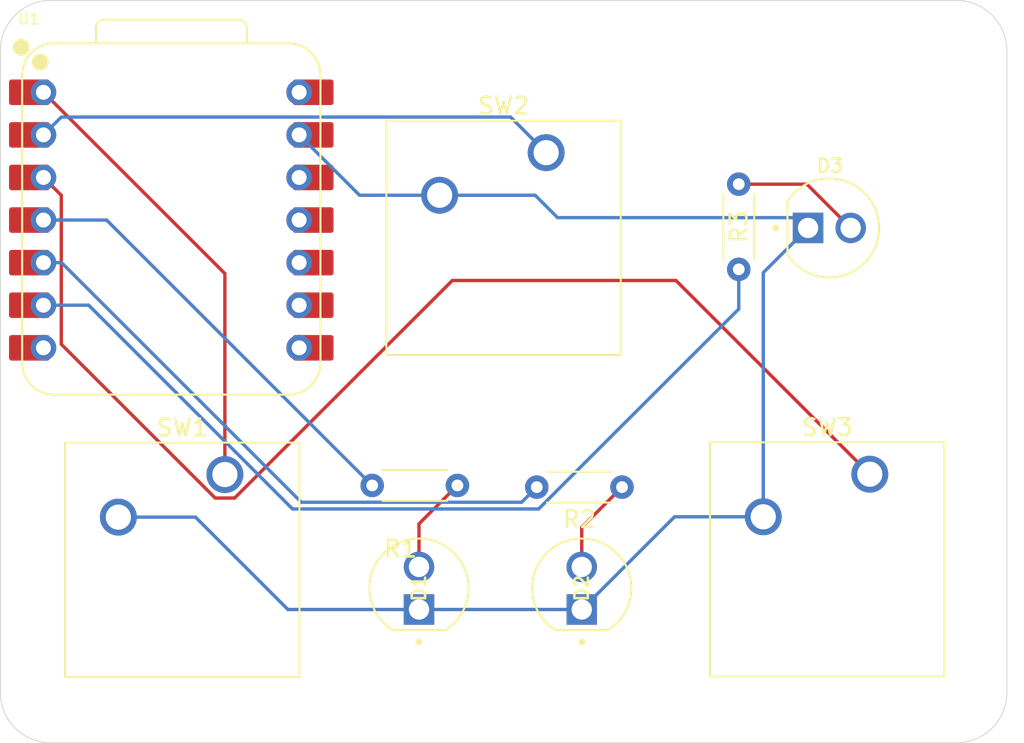
<source format=kicad_pcb>
(kicad_pcb (version 20241229) (generator "pcbnew") (generator_version "9.0")
  (layers (0 "F.Cu" signal) (2 "B.Cu" signal) (13 "F.Paste" user) (15 "B.Paste" user) (5 "F.SilkS" user "F.Silkscreen") (7 "B.SilkS" user "B.Silkscreen") (1 "F.Mask" user) (3 "B.Mask" user) (25 "Edge.Cuts" user))
  (net 0 "")
  (net 1 "GND")
  (net 2 "Net-(D1-PadA)")
  (net 3 "Net-(D2-PadA)")
  (net 4 "Net-(D3-PadA)")
  (net 5 "LED1")
  (net 6 "LED2")
  (net 7 "LED3")
  (net 8 "Button1")
  (net 9 "Button2")
  (net 10 "Button3")
  (footprint "Resistor_THT:R_Axial_DIN0204_L3.6mm_D1.6mm_P5.08mm_Horizontal" (layer "F.Cu") (at 208.37 81.48 -90)
    (property "Reference" "R3" (at 2.54 0 90) (layer "F.SilkS"))
    (property "Value" "R")
    (fp_line (start 0.62 0.92) (end 4.46 0.92) (stroke (width 0.12)) (layer "F.SilkS"))
    (fp_line (start 0.62 -0.92) (end 4.46 -0.92) (stroke (width 0.12)) (layer "F.SilkS"))
    (pad "1" thru_hole circle (at 0 0 270) (size 1.4 1.4) (drill 0.7) (layers "*.Cu" "*.Mask") (net 4 "Net-(D3-PadA)"))
    (pad "2" thru_hole circle (at 5.08 0 270) (size 1.4 1.4) (drill 0.7) (layers "*.Cu" "*.Mask") (net 7 "LED3"))
  )
  (footprint "footprints:LEDRD254W57D500H1070" (layer "F.Cu") (at 199.01 105.58 90)
    (property "Reference" "D2" (at 0 0 90) (layer "F.SilkS") (effects (font (size 0.8 0.8))))
    (property "Value" "L08R5000Q1")
    (fp_line (start -2.5 -1.566) (end -2.5 1.566) (stroke (width 0.127)) (layer "F.SilkS"))
    (fp_arc (start -2.5 -1.566) (mid 2.961291 0) (end -2.5 1.566) (stroke (width 0.127)) (layer "F.SilkS"))
    (fp_circle (center -3.2 0) (end -3.1 0) (stroke (width 0.2)) (fill no) (layer "F.SilkS"))
    (pad "A" thru_hole circle (at 1.27 0 90) (size 1.815 1.815) (drill 1.21) (layers "*.Cu" "*.Mask") (net 3 "Net-(D2-PadA)"))
    (pad "C" thru_hole rect (at -1.27 0 90) (size 1.815 1.815) (drill 1.21) (layers "*.Cu" "*.Mask") (net 1 "GND"))
  )
  (footprint "footprints:LEDRD254W57D500H1070" (layer "F.Cu") (at 213.77 84.09)
    (property "Reference" "D3" (at 0.04 -3.708 0) (layer "F.SilkS") (effects (font (size 0.8 0.8))))
    (property "Value" "L08R5000Q1")
    (fp_line (start -2.5 -1.566) (end -2.5 1.566) (stroke (width 0.127)) (layer "F.SilkS"))
    (fp_arc (start -2.5 -1.566) (mid 2.961291 0) (end -2.5 1.566) (stroke (width 0.127)) (layer "F.SilkS"))
    (fp_circle (center -3.2 0) (end -3.1 0) (stroke (width 0.2)) (fill no) (layer "F.SilkS"))
    (pad "A" thru_hole circle (at 1.27 0) (size 1.815 1.815) (drill 1.21) (layers "*.Cu" "*.Mask") (net 4 "Net-(D3-PadA)"))
    (pad "C" thru_hole rect (at -1.27 0) (size 1.815 1.815) (drill 1.21) (layers "*.Cu" "*.Mask") (net 1 "GND"))
  )
  (footprint "Button_Switch_Keyboard:SW_Cherry_MX_1.00u_PCB" (layer "F.Cu") (at 196.89 79.6)
    (property "Reference" "SW2" (at -2.54 -2.794 0) (layer "F.SilkS"))
    (property "Value" "SW_Push")
    (fp_line (start -9.525 -1.905) (end 4.445 -1.905) (stroke (width 0.12)) (layer "F.SilkS"))
    (fp_line (start -9.525 12.065) (end -9.525 -1.905) (stroke (width 0.12)) (layer "F.SilkS"))
    (fp_line (start 4.445 -1.905) (end 4.445 12.065) (stroke (width 0.12)) (layer "F.SilkS"))
    (fp_line (start 4.445 12.065) (end -9.525 12.065) (stroke (width 0.12)) (layer "F.SilkS"))
    (pad "" np_thru_hole circle (at -7.62 5.08) (size 1.7 1.7) (drill 1.7) (layers "*.Cu" "*.Mask"))
    (pad "" np_thru_hole circle (at -2.54 5.08) (size 4 4) (drill 4) (layers "*.Cu" "*.Mask"))
    (pad "" np_thru_hole circle (at 2.54 5.08) (size 1.7 1.7) (drill 1.7) (layers "*.Cu" "*.Mask"))
    (pad "1" thru_hole circle (at 0 0) (size 2.2 2.2) (drill 1.5) (layers "*.Cu" "*.Mask") (net 9 "Button2"))
    (pad "2" thru_hole circle (at -6.35 2.54) (size 2.2 2.2) (drill 1.5) (layers "*.Cu" "*.Mask") (net 1 "GND"))
  )
  (footprint "Button_Switch_Keyboard:SW_Cherry_MX_1.00u_PCB" (layer "F.Cu") (at 216.18 98.78)
    (property "Reference" "SW3" (at -2.54 -2.794 0) (layer "F.SilkS"))
    (property "Value" "SW_Push")
    (fp_line (start -9.525 -1.905) (end 4.445 -1.905) (stroke (width 0.12)) (layer "F.SilkS"))
    (fp_line (start -9.525 12.065) (end -9.525 -1.905) (stroke (width 0.12)) (layer "F.SilkS"))
    (fp_line (start 4.445 -1.905) (end 4.445 12.065) (stroke (width 0.12)) (layer "F.SilkS"))
    (fp_line (start 4.445 12.065) (end -9.525 12.065) (stroke (width 0.12)) (layer "F.SilkS"))
    (pad "" np_thru_hole circle (at -7.62 5.08) (size 1.7 1.7) (drill 1.7) (layers "*.Cu" "*.Mask"))
    (pad "" np_thru_hole circle (at -2.54 5.08) (size 4 4) (drill 4) (layers "*.Cu" "*.Mask"))
    (pad "" np_thru_hole circle (at 2.54 5.08) (size 1.7 1.7) (drill 1.7) (layers "*.Cu" "*.Mask"))
    (pad "1" thru_hole circle (at 0 0) (size 2.2 2.2) (drill 1.5) (layers "*.Cu" "*.Mask") (net 10 "Button3"))
    (pad "2" thru_hole circle (at -6.35 2.54) (size 2.2 2.2) (drill 1.5) (layers "*.Cu" "*.Mask") (net 1 "GND"))
  )
  (footprint "footprints:LEDRD254W57D500H1070" (layer "F.Cu") (at 189.31 105.58 90)
    (property "Reference" "D1" (at 0 0 90) (layer "F.SilkS") (effects (font (size 0.8 0.8))))
    (property "Value" "L08R5000Q1")
    (fp_line (start -2.5 -1.566) (end -2.5 1.566) (stroke (width 0.127)) (layer "F.SilkS"))
    (fp_arc (start -2.5 -1.566) (mid 2.961291 0) (end -2.5 1.566) (stroke (width 0.127)) (layer "F.SilkS"))
    (fp_circle (center -3.2 0) (end -3.1 0) (stroke (width 0.2)) (fill no) (layer "F.SilkS"))
    (pad "A" thru_hole circle (at 1.27 0 90) (size 1.815 1.815) (drill 1.21) (layers "*.Cu" "*.Mask") (net 2 "Net-(D1-PadA)"))
    (pad "C" thru_hole rect (at -1.27 0 90) (size 1.815 1.815) (drill 1.21) (layers "*.Cu" "*.Mask") (net 1 "GND"))
  )
  (footprint "Resistor_THT:R_Axial_DIN0204_L3.6mm_D1.6mm_P5.08mm_Horizontal" (layer "F.Cu") (at 201.41 99.55 180)
    (property "Reference" "R2" (at 2.54 -1.92 0) (layer "F.SilkS"))
    (property "Value" "R")
    (fp_line (start 0.62 0.92) (end 4.46 0.92) (stroke (width 0.12)) (layer "F.SilkS"))
    (fp_line (start 0.62 -0.92) (end 4.46 -0.92) (stroke (width 0.12)) (layer "F.SilkS"))
    (pad "1" thru_hole circle (at 0 0 180) (size 1.4 1.4) (drill 0.7) (layers "*.Cu" "*.Mask") (net 3 "Net-(D2-PadA)"))
    (pad "2" thru_hole circle (at 5.08 0 180) (size 1.4 1.4) (drill 0.7) (layers "*.Cu" "*.Mask") (net 6 "LED2"))
  )
  (footprint "Resistor_THT:R_Axial_DIN0204_L3.6mm_D1.6mm_P5.08mm_Horizontal" (layer "F.Cu") (at 191.6 99.45 180)
    (property "Reference" "R1" (at 3.39 -3.78 0) (layer "F.SilkS"))
    (property "Value" "R")
    (fp_line (start 0.62 0.92) (end 4.46 0.92) (stroke (width 0.12)) (layer "F.SilkS"))
    (fp_line (start 0.62 -0.92) (end 4.46 -0.92) (stroke (width 0.12)) (layer "F.SilkS"))
    (pad "1" thru_hole circle (at 0 0 180) (size 1.4 1.4) (drill 0.7) (layers "*.Cu" "*.Mask") (net 2 "Net-(D1-PadA)"))
    (pad "2" thru_hole circle (at 5.08 0 180) (size 1.4 1.4) (drill 0.7) (layers "*.Cu" "*.Mask") (net 5 "LED1"))
  )
  (footprint "footprints:XIAO-RP2040-DIP" (layer "F.Cu") (at 174.545 83.62)
    (property "Reference" "U1" (at -8.5 -12 0) (layer "F.SilkS") (effects (font (size 0.635 0.635) (thickness 0.1016))))
    (property "Value" "XIAO-RP2040-DIP")
    (fp_line (start -8.89 8.509) (end -8.89 -8.636) (stroke (width 0.127)) (layer "F.SilkS"))
    (fp_line (start -6.985 10.414) (end 6.985 10.414) (stroke (width 0.127)) (layer "F.SilkS"))
    (fp_line (start -4.495 -10.541) (end -4.491272 -11.451272) (stroke (width 0.127)) (layer "F.SilkS"))
    (fp_line (start -3.991272 -11.951) (end 4.004 -11.951) (stroke (width 0.127)) (layer "F.SilkS"))
    (fp_line (start 4.504 -11.451) (end 4.504 -10.541) (stroke (width 0.127)) (layer "F.SilkS"))
    (fp_line (start 6.985 -10.541) (end -6.985 -10.541) (stroke (width 0.1)) (layer "F.SilkS"))
    (fp_line (start 6.985 -10.541) (end -6.985 -10.541) (stroke (width 0.127)) (layer "F.SilkS"))
    (fp_line (start 8.89 8.509) (end 8.89 -8.636) (stroke (width 0.127)) (layer "F.SilkS"))
    (fp_arc (start -8.89 -8.636) (mid -8.332038 -9.983038) (end -6.985 -10.541) (stroke (width 0.127)) (layer "F.SilkS"))
    (fp_arc (start -6.985 10.414) (mid -8.332038 9.856038) (end -8.89 8.509) (stroke (width 0.127)) (layer "F.SilkS"))
    (fp_arc (start -4.491272 -11.451272) (mid -4.344728 -11.80464) (end -3.991272 -11.951) (stroke (width 0.127)) (layer "F.SilkS"))
    (fp_arc (start 4.004 -11.951) (mid 4.357553 -11.804553) (end 4.504 -11.451) (stroke (width 0.127)) (layer "F.SilkS"))
    (fp_arc (start 6.985 -10.541) (mid 8.332038 -9.983038) (end 8.89 -8.636) (stroke (width 0.127)) (layer "F.SilkS"))
    (fp_arc (start 8.89 8.509) (mid 8.332038 9.856038) (end 6.985 10.414) (stroke (width 0.127)) (layer "F.SilkS"))
    (fp_circle (center -8.95 -10.3) (end -8.95 -10.554) (stroke (width 0.5)) (fill yes) (layer "F.SilkS"))
    (fp_circle (center -7.807 -9.42) (end -7.807 -9.674) (stroke (width 0.5)) (fill yes) (layer "F.SilkS"))
    (pad "1" smd roundrect (at -8.455 -7.62 180) (size 2.432 1.524) (layers "F.Cu" "F.Mask") (roundrect_rratio 0.1) (net 8 "Button1"))
    (pad "1" thru_hole circle (at -7.62 -7.62 180) (size 1.524 1.524) (drill 0.889) (layers "*.Cu" "*.Mask") (net 8 "Button1"))
    (pad "2" smd roundrect (at -8.455 -5.08 180) (size 2.432 1.524) (layers "F.Cu" "F.Mask") (roundrect_rratio 0.1) (net 9 "Button2"))
    (pad "2" thru_hole circle (at -7.62 -5.08 180) (size 1.524 1.524) (drill 0.889) (layers "*.Cu" "*.Mask") (net 9 "Button2"))
    (pad "3" smd roundrect (at -8.455 -2.54 180) (size 2.432 1.524) (layers "F.Cu" "F.Mask") (roundrect_rratio 0.1) (net 10 "Button3"))
    (pad "3" thru_hole circle (at -7.62 -2.54 180) (size 1.524 1.524) (drill 0.889) (layers "*.Cu" "*.Mask") (net 10 "Button3"))
    (pad "4" smd roundrect (at -8.455 0 180) (size 2.432 1.524) (layers "F.Cu" "F.Mask") (roundrect_rratio 0.1) (net 5 "LED1"))
    (pad "4" thru_hole circle (at -7.62 0 180) (size 1.524 1.524) (drill 0.889) (layers "*.Cu" "*.Mask") (net 5 "LED1"))
    (pad "5" smd roundrect (at -8.455 2.54 180) (size 2.432 1.524) (layers "F.Cu" "F.Mask") (roundrect_rratio 0.1) (net 6 "LED2"))
    (pad "5" thru_hole circle (at -7.62 2.54 180) (size 1.524 1.524) (drill 0.889) (layers "*.Cu" "*.Mask") (net 6 "LED2"))
    (pad "6" smd roundrect (at -8.455 5.08 180) (size 2.432 1.524) (layers "F.Cu" "F.Mask") (roundrect_rratio 0.1) (net 7 "LED3"))
    (pad "6" thru_hole circle (at -7.62 5.08 180) (size 1.524 1.524) (drill 0.889) (layers "*.Cu" "*.Mask") (net 7 "LED3"))
    (pad "7" smd roundrect (at -8.455 7.62 180) (size 2.432 1.524) (layers "F.Cu" "F.Mask") (roundrect_rratio 0.1))
    (pad "7" thru_hole circle (at -7.62 7.62 180) (size 1.524 1.524) (drill 0.889) (layers "*.Cu" "*.Mask"))
    (pad "8" thru_hole circle (at 7.62 7.62) (size 1.524 1.524) (drill 0.889) (layers "*.Cu" "*.Mask"))
    (pad "8" smd roundrect (at 8.455 7.62) (size 2.432 1.524) (layers "F.Cu" "F.Mask") (roundrect_rratio 0.1))
    (pad "9" thru_hole circle (at 7.62 5.08) (size 1.524 1.524) (drill 0.889) (layers "*.Cu" "*.Mask"))
    (pad "9" smd roundrect (at 8.455 5.08) (size 2.432 1.524) (layers "F.Cu" "F.Mask") (roundrect_rratio 0.1))
    (pad "10" thru_hole circle (at 7.62 2.54) (size 1.524 1.524) (drill 0.889) (layers "*.Cu" "*.Mask"))
    (pad "10" smd roundrect (at 8.455 2.54) (size 2.432 1.524) (layers "F.Cu" "F.Mask") (roundrect_rratio 0.1))
    (pad "11" thru_hole circle (at 7.62 0) (size 1.524 1.524) (drill 0.889) (layers "*.Cu" "*.Mask"))
    (pad "11" smd roundrect (at 8.455 0) (size 2.432 1.524) (layers "F.Cu" "F.Mask") (roundrect_rratio 0.1))
    (pad "12" thru_hole circle (at 7.62 -2.54) (size 1.524 1.524) (drill 0.889) (layers "*.Cu" "*.Mask"))
    (pad "12" smd roundrect (at 8.455 -2.54) (size 2.432 1.524) (layers "F.Cu" "F.Mask") (roundrect_rratio 0.1))
    (pad "13" thru_hole circle (at 7.62 -5.08) (size 1.524 1.524) (drill 0.889) (layers "*.Cu" "*.Mask") (net 1 "GND"))
    (pad "13" smd roundrect (at 8.455 -5.08) (size 2.432 1.524) (layers "F.Cu" "F.Mask") (roundrect_rratio 0.1) (net 1 "GND"))
    (pad "14" thru_hole circle (at 7.62 -7.62) (size 1.524 1.524) (drill 0.889) (layers "*.Cu" "*.Mask"))
    (pad "14" smd roundrect (at 8.455 -7.62) (size 2.432 1.524) (layers "F.Cu" "F.Mask") (roundrect_rratio 0.1))
  )
  (footprint "Button_Switch_Keyboard:SW_Cherry_MX_1.00u_PCB" (layer "F.Cu") (at 177.74 98.8)
    (property "Reference" "SW1" (at -2.54 -2.794 0) (layer "F.SilkS"))
    (property "Value" "SW_Push")
    (fp_line (start -9.525 -1.905) (end 4.445 -1.905) (stroke (width 0.12)) (layer "F.SilkS"))
    (fp_line (start -9.525 12.065) (end -9.525 -1.905) (stroke (width 0.12)) (layer "F.SilkS"))
    (fp_line (start 4.445 -1.905) (end 4.445 12.065) (stroke (width 0.12)) (layer "F.SilkS"))
    (fp_line (start 4.445 12.065) (end -9.525 12.065) (stroke (width 0.12)) (layer "F.SilkS"))
    (pad "" np_thru_hole circle (at -7.62 5.08) (size 1.7 1.7) (drill 1.7) (layers "*.Cu" "*.Mask"))
    (pad "" np_thru_hole circle (at -2.54 5.08) (size 4 4) (drill 4) (layers "*.Cu" "*.Mask"))
    (pad "" np_thru_hole circle (at 2.54 5.08) (size 1.7 1.7) (drill 1.7) (layers "*.Cu" "*.Mask"))
    (pad "1" thru_hole circle (at 0 0) (size 2.2 2.2) (drill 1.5) (layers "*.Cu" "*.Mask") (net 8 "Button1"))
    (pad "2" thru_hole circle (at -6.35 2.54) (size 2.2 2.2) (drill 1.5) (layers "*.Cu" "*.Mask") (net 1 "GND"))
  )
  (gr_arc (start 221.35 70.52) (mid 223.47132 71.39868) (end 224.35 73.52) (stroke (width 0.05)) (layer "Edge.Cuts"))
  (gr_line (start 224.35 73.52) (end 224.35 111.8) (stroke (width 0.05)) (layer "Edge.Cuts"))
  (gr_line (start 167.36 70.52) (end 221.35 70.52) (stroke (width 0.05)) (layer "Edge.Cuts"))
  (gr_line (start 164.36 111.8) (end 164.36 73.52) (stroke (width 0.05)) (layer "Edge.Cuts"))
  (gr_line (start 221.35 114.8) (end 167.36 114.8) (stroke (width 0.05)) (layer "Edge.Cuts"))
  (gr_arc (start 167.36 114.8) (mid 165.23868 113.92132) (end 164.36 111.8) (stroke (width 0.05)) (layer "Edge.Cuts"))
  (gr_arc (start 224.35 111.8) (mid 223.47132 113.92132) (end 221.35 114.8) (stroke (width 0.05)) (layer "Edge.Cuts"))
  (gr_arc (start 164.36 73.52) (mid 165.23868 71.39868) (end 167.36 70.52) (stroke (width 0.05)) (layer "Edge.Cuts"))
  (segment (start 185.765 82.14) (end 182.165 78.54) (width 0.2) (layer "B.Cu") (net 1))
  (segment (start 209.83 101.32) (end 209.83 86.76) (width 0.2) (layer "B.Cu") (net 1))
  (segment (start 204.54 101.32) (end 209.83 101.32) (width 0.2) (layer "B.Cu") (net 1))
  (segment (start 199.01 106.85) (end 204.54 101.32) (width 0.2) (layer "B.Cu") (net 1))
  (segment (start 190.54 82.14) (end 185.765 82.14) (width 0.2) (layer "B.Cu") (net 1))
  (segment (start 196.233 82.14) (end 190.54 82.14) (width 0.2) (layer "B.Cu") (net 1))
  (segment (start 189.31 106.85) (end 199.01 106.85) (width 0.2) (layer "B.Cu") (net 1))
  (segment (start 181.494816 106.85) (end 189.31 106.85) (width 0.2) (layer "B.Cu") (net 1))
  (segment (start 209.83 86.76) (end 212.5 84.09) (width 0.2) (layer "B.Cu") (net 1))
  (segment (start 171.39 101.34) (end 175.984816 101.34) (width 0.2) (layer "B.Cu") (net 1))
  (segment (start 211.889 83.479) (end 197.572 83.479) (width 0.2) (layer "B.Cu") (net 1))
  (segment (start 175.984816 101.34) (end 181.494816 106.85) (width 0.2) (layer "B.Cu") (net 1))
  (segment (start 197.572 83.479) (end 196.233 82.14) (width 0.2) (layer "B.Cu") (net 1))
  (segment (start 212.5 84.09) (end 211.889 83.479) (width 0.2) (layer "B.Cu") (net 1))
  (segment (start 189.31 104.31) (end 189.31 101.74) (width 0.2) (layer "F.Cu") (net 2))
  (segment (start 189.23 104.31) (end 189.14 104.22) (width 0.2) (layer "F.Cu") (net 2))
  (segment (start 189.31 101.74) (end 191.6 99.45) (width 0.2) (layer "F.Cu") (net 2))
  (segment (start 189.31 104.31) (end 189.23 104.31) (width 0.2) (layer "F.Cu") (net 2))
  (segment (start 199.01 101.95) (end 201.41 99.55) (width 0.2) (layer "F.Cu") (net 3))
  (segment (start 199.01 104.31) (end 199.01 101.95) (width 0.2) (layer "F.Cu") (net 3))
  (segment (start 212.43 81.48) (end 208.37 81.48) (width 0.2) (layer "F.Cu") (net 4))
  (segment (start 215.04 84.09) (end 212.43 81.48) (width 0.2) (layer "F.Cu") (net 4))
  (segment (start 186.47 99.5) (end 186.47 99.54) (width 0.2) (layer "F.Cu") (net 5))
  (segment (start 186.47 99.5) (end 186.52 99.45) (width 0.2) (layer "F.Cu") (net 5))
  (segment (start 170.69 83.62) (end 166.925 83.62) (width 0.2) (layer "B.Cu") (net 5))
  (segment (start 186.52 99.45) (end 170.69 83.62) (width 0.2) (layer "B.Cu") (net 5))
  (segment (start 195.429 100.451) (end 182.29363 100.451) (width 0.2) (layer "B.Cu") (net 6))
  (segment (start 196.33 99.55) (end 195.429 100.451) (width 0.2) (layer "B.Cu") (net 6))
  (segment (start 182.29363 100.451) (end 168.00263 86.16) (width 0.2) (layer "B.Cu") (net 6))
  (segment (start 168.00263 86.16) (end 166.925 86.16) (width 0.2) (layer "B.Cu") (net 6))
  (segment (start 181.773314 100.852) (end 169.621314 88.7) (width 0.2) (layer "B.Cu") (net 7))
  (segment (start 196.443628 100.852) (end 181.773314 100.852) (width 0.2) (layer "B.Cu") (net 7))
  (segment (start 169.621314 88.7) (end 166.925 88.7) (width 0.2) (layer "B.Cu") (net 7))
  (segment (start 208.37 86.56) (end 208.37 88.925628) (width 0.2) (layer "B.Cu") (net 7))
  (segment (start 208.37 88.925628) (end 196.443628 100.852) (width 0.2) (layer "B.Cu") (net 7))
  (segment (start 177.74 98.8) (end 177.74 86.815) (width 0.2) (layer "F.Cu") (net 8))
  (segment (start 177.74 86.815) (end 166.925 76) (width 0.2) (layer "F.Cu") (net 8))
  (segment (start 196.91 79.6) (end 197 79.51) (width 0.2) (layer "F.Cu") (net 9))
  (segment (start 196.91 79.6) (end 196.89 79.6) (width 0.2) (layer "F.Cu") (net 9))
  (segment (start 167.988 77.477) (end 166.925 78.54) (width 0.2) (layer "B.Cu") (net 9))
  (segment (start 194.767 77.477) (end 167.988 77.477) (width 0.2) (layer "B.Cu") (net 9))
  (segment (start 196.89 79.6) (end 194.767 77.477) (width 0.2) (layer "B.Cu") (net 9))
  (segment (start 167.988 82.143) (end 166.925 81.08) (width 0.2) (layer "F.Cu") (net 10))
  (segment (start 178.320314 100.201) (end 177.159686 100.201) (width 0.2) (layer "F.Cu") (net 10))
  (segment (start 177.159686 100.201) (end 167.988 91.029314) (width 0.2) (layer "F.Cu") (net 10))
  (segment (start 204.623 87.223) (end 191.298314 87.223) (width 0.2) (layer "F.Cu") (net 10))
  (segment (start 191.298314 87.223) (end 178.320314 100.201) (width 0.2) (layer "F.Cu") (net 10))
  (segment (start 167.988 91.029314) (end 167.988 82.143) (width 0.2) (layer "F.Cu") (net 10))
  (segment (start 216.18 98.78) (end 204.623 87.223) (width 0.2) (layer "F.Cu") (net 10))
  (segment (start 216.21 98.78) (end 216.25 98.82) (width 0.2) (layer "B.Cu") (net 10))
  (segment (start 216.21 98.78) (end 216.18 98.78) (width 0.2) (layer "B.Cu") (net 10))
)
</source>
